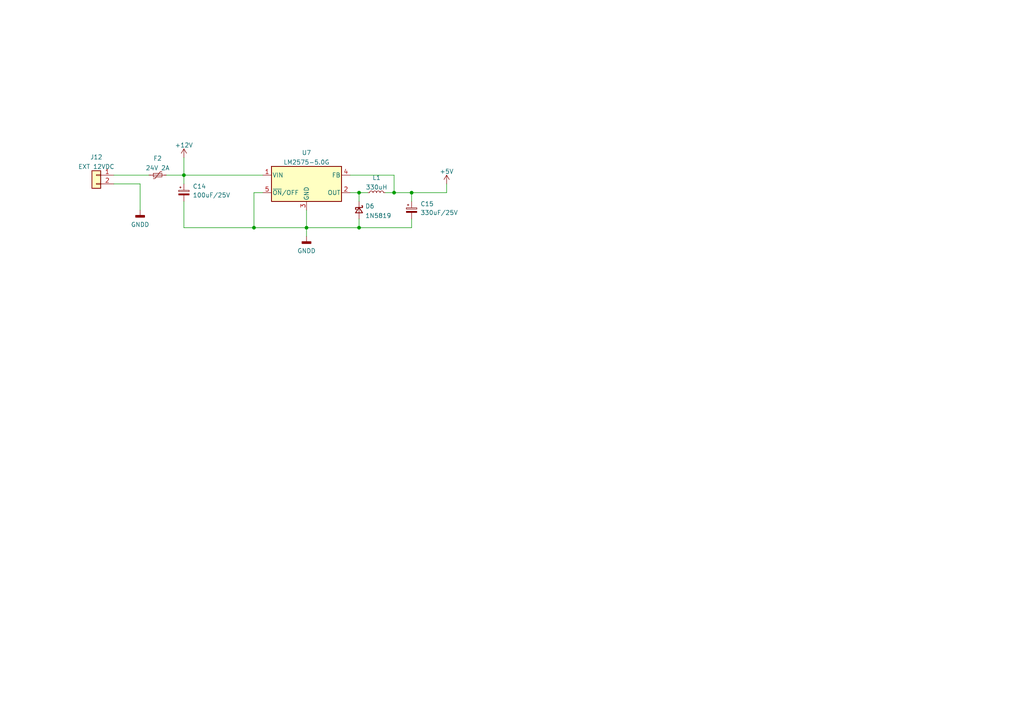
<source format=kicad_sch>
(kicad_sch (version 20211123) (generator eeschema)

  (uuid d1469f6d-397b-48a6-b91c-55bafa88cc7a)

  (paper "A4")

  (lib_symbols
    (symbol "Connector_Generic:Conn_01x02" (pin_names (offset 1.016) hide) (in_bom yes) (on_board yes)
      (property "Reference" "J" (id 0) (at 0 2.54 0)
        (effects (font (size 1.27 1.27)))
      )
      (property "Value" "Conn_01x02" (id 1) (at 0 -5.08 0)
        (effects (font (size 1.27 1.27)))
      )
      (property "Footprint" "" (id 2) (at 0 0 0)
        (effects (font (size 1.27 1.27)) hide)
      )
      (property "Datasheet" "~" (id 3) (at 0 0 0)
        (effects (font (size 1.27 1.27)) hide)
      )
      (property "ki_keywords" "connector" (id 4) (at 0 0 0)
        (effects (font (size 1.27 1.27)) hide)
      )
      (property "ki_description" "Generic connector, single row, 01x02, script generated (kicad-library-utils/schlib/autogen/connector/)" (id 5) (at 0 0 0)
        (effects (font (size 1.27 1.27)) hide)
      )
      (property "ki_fp_filters" "Connector*:*_1x??_*" (id 6) (at 0 0 0)
        (effects (font (size 1.27 1.27)) hide)
      )
      (symbol "Conn_01x02_1_1"
        (rectangle (start -1.27 -2.413) (end 0 -2.667)
          (stroke (width 0.1524) (type default) (color 0 0 0 0))
          (fill (type none))
        )
        (rectangle (start -1.27 0.127) (end 0 -0.127)
          (stroke (width 0.1524) (type default) (color 0 0 0 0))
          (fill (type none))
        )
        (rectangle (start -1.27 1.27) (end 1.27 -3.81)
          (stroke (width 0.254) (type default) (color 0 0 0 0))
          (fill (type background))
        )
        (pin passive line (at -5.08 0 0) (length 3.81)
          (name "Pin_1" (effects (font (size 1.27 1.27))))
          (number "1" (effects (font (size 1.27 1.27))))
        )
        (pin passive line (at -5.08 -2.54 0) (length 3.81)
          (name "Pin_2" (effects (font (size 1.27 1.27))))
          (number "2" (effects (font (size 1.27 1.27))))
        )
      )
    )
    (symbol "Device:C_Polarized_Small" (pin_numbers hide) (pin_names (offset 0.254) hide) (in_bom yes) (on_board yes)
      (property "Reference" "C" (id 0) (at 0.254 1.778 0)
        (effects (font (size 1.27 1.27)) (justify left))
      )
      (property "Value" "C_Polarized_Small" (id 1) (at 0.254 -2.032 0)
        (effects (font (size 1.27 1.27)) (justify left))
      )
      (property "Footprint" "" (id 2) (at 0 0 0)
        (effects (font (size 1.27 1.27)) hide)
      )
      (property "Datasheet" "~" (id 3) (at 0 0 0)
        (effects (font (size 1.27 1.27)) hide)
      )
      (property "ki_keywords" "cap capacitor" (id 4) (at 0 0 0)
        (effects (font (size 1.27 1.27)) hide)
      )
      (property "ki_description" "Polarized capacitor, small symbol" (id 5) (at 0 0 0)
        (effects (font (size 1.27 1.27)) hide)
      )
      (property "ki_fp_filters" "CP_*" (id 6) (at 0 0 0)
        (effects (font (size 1.27 1.27)) hide)
      )
      (symbol "C_Polarized_Small_0_1"
        (rectangle (start -1.524 -0.3048) (end 1.524 -0.6858)
          (stroke (width 0) (type default) (color 0 0 0 0))
          (fill (type outline))
        )
        (rectangle (start -1.524 0.6858) (end 1.524 0.3048)
          (stroke (width 0) (type default) (color 0 0 0 0))
          (fill (type none))
        )
        (polyline
          (pts
            (xy -1.27 1.524)
            (xy -0.762 1.524)
          )
          (stroke (width 0) (type default) (color 0 0 0 0))
          (fill (type none))
        )
        (polyline
          (pts
            (xy -1.016 1.27)
            (xy -1.016 1.778)
          )
          (stroke (width 0) (type default) (color 0 0 0 0))
          (fill (type none))
        )
      )
      (symbol "C_Polarized_Small_1_1"
        (pin passive line (at 0 2.54 270) (length 1.8542)
          (name "~" (effects (font (size 1.27 1.27))))
          (number "1" (effects (font (size 1.27 1.27))))
        )
        (pin passive line (at 0 -2.54 90) (length 1.8542)
          (name "~" (effects (font (size 1.27 1.27))))
          (number "2" (effects (font (size 1.27 1.27))))
        )
      )
    )
    (symbol "Device:D_Schottky_Small" (pin_numbers hide) (pin_names (offset 0.254) hide) (in_bom yes) (on_board yes)
      (property "Reference" "D" (id 0) (at -1.27 2.032 0)
        (effects (font (size 1.27 1.27)) (justify left))
      )
      (property "Value" "D_Schottky_Small" (id 1) (at -7.112 -2.032 0)
        (effects (font (size 1.27 1.27)) (justify left))
      )
      (property "Footprint" "" (id 2) (at 0 0 90)
        (effects (font (size 1.27 1.27)) hide)
      )
      (property "Datasheet" "~" (id 3) (at 0 0 90)
        (effects (font (size 1.27 1.27)) hide)
      )
      (property "ki_keywords" "diode Schottky" (id 4) (at 0 0 0)
        (effects (font (size 1.27 1.27)) hide)
      )
      (property "ki_description" "Schottky diode, small symbol" (id 5) (at 0 0 0)
        (effects (font (size 1.27 1.27)) hide)
      )
      (property "ki_fp_filters" "TO-???* *_Diode_* *SingleDiode* D_*" (id 6) (at 0 0 0)
        (effects (font (size 1.27 1.27)) hide)
      )
      (symbol "D_Schottky_Small_0_1"
        (polyline
          (pts
            (xy -0.762 0)
            (xy 0.762 0)
          )
          (stroke (width 0) (type default) (color 0 0 0 0))
          (fill (type none))
        )
        (polyline
          (pts
            (xy 0.762 -1.016)
            (xy -0.762 0)
            (xy 0.762 1.016)
            (xy 0.762 -1.016)
          )
          (stroke (width 0.254) (type default) (color 0 0 0 0))
          (fill (type none))
        )
        (polyline
          (pts
            (xy -1.27 0.762)
            (xy -1.27 1.016)
            (xy -0.762 1.016)
            (xy -0.762 -1.016)
            (xy -0.254 -1.016)
            (xy -0.254 -0.762)
          )
          (stroke (width 0.254) (type default) (color 0 0 0 0))
          (fill (type none))
        )
      )
      (symbol "D_Schottky_Small_1_1"
        (pin passive line (at -2.54 0 0) (length 1.778)
          (name "K" (effects (font (size 1.27 1.27))))
          (number "1" (effects (font (size 1.27 1.27))))
        )
        (pin passive line (at 2.54 0 180) (length 1.778)
          (name "A" (effects (font (size 1.27 1.27))))
          (number "2" (effects (font (size 1.27 1.27))))
        )
      )
    )
    (symbol "Device:L_Small" (pin_numbers hide) (pin_names (offset 0.254) hide) (in_bom yes) (on_board yes)
      (property "Reference" "L" (id 0) (at 0.762 1.016 0)
        (effects (font (size 1.27 1.27)) (justify left))
      )
      (property "Value" "L_Small" (id 1) (at 0.762 -1.016 0)
        (effects (font (size 1.27 1.27)) (justify left))
      )
      (property "Footprint" "" (id 2) (at 0 0 0)
        (effects (font (size 1.27 1.27)) hide)
      )
      (property "Datasheet" "~" (id 3) (at 0 0 0)
        (effects (font (size 1.27 1.27)) hide)
      )
      (property "ki_keywords" "inductor choke coil reactor magnetic" (id 4) (at 0 0 0)
        (effects (font (size 1.27 1.27)) hide)
      )
      (property "ki_description" "Inductor, small symbol" (id 5) (at 0 0 0)
        (effects (font (size 1.27 1.27)) hide)
      )
      (property "ki_fp_filters" "Choke_* *Coil* Inductor_* L_*" (id 6) (at 0 0 0)
        (effects (font (size 1.27 1.27)) hide)
      )
      (symbol "L_Small_0_1"
        (arc (start 0 -2.032) (mid 0.508 -1.524) (end 0 -1.016)
          (stroke (width 0) (type default) (color 0 0 0 0))
          (fill (type none))
        )
        (arc (start 0 -1.016) (mid 0.508 -0.508) (end 0 0)
          (stroke (width 0) (type default) (color 0 0 0 0))
          (fill (type none))
        )
        (arc (start 0 0) (mid 0.508 0.508) (end 0 1.016)
          (stroke (width 0) (type default) (color 0 0 0 0))
          (fill (type none))
        )
        (arc (start 0 1.016) (mid 0.508 1.524) (end 0 2.032)
          (stroke (width 0) (type default) (color 0 0 0 0))
          (fill (type none))
        )
      )
      (symbol "L_Small_1_1"
        (pin passive line (at 0 2.54 270) (length 0.508)
          (name "~" (effects (font (size 1.27 1.27))))
          (number "1" (effects (font (size 1.27 1.27))))
        )
        (pin passive line (at 0 -2.54 90) (length 0.508)
          (name "~" (effects (font (size 1.27 1.27))))
          (number "2" (effects (font (size 1.27 1.27))))
        )
      )
    )
    (symbol "Device:Polyfuse_Small" (pin_numbers hide) (pin_names (offset 0)) (in_bom yes) (on_board yes)
      (property "Reference" "F" (id 0) (at -1.905 0 90)
        (effects (font (size 1.27 1.27)))
      )
      (property "Value" "Polyfuse_Small" (id 1) (at 1.905 0 90)
        (effects (font (size 1.27 1.27)))
      )
      (property "Footprint" "" (id 2) (at 1.27 -5.08 0)
        (effects (font (size 1.27 1.27)) (justify left) hide)
      )
      (property "Datasheet" "~" (id 3) (at 0 0 0)
        (effects (font (size 1.27 1.27)) hide)
      )
      (property "ki_keywords" "resettable fuse PTC PPTC polyfuse polyswitch" (id 4) (at 0 0 0)
        (effects (font (size 1.27 1.27)) hide)
      )
      (property "ki_description" "Resettable fuse, polymeric positive temperature coefficient, small symbol" (id 5) (at 0 0 0)
        (effects (font (size 1.27 1.27)) hide)
      )
      (property "ki_fp_filters" "*polyfuse* *PTC*" (id 6) (at 0 0 0)
        (effects (font (size 1.27 1.27)) hide)
      )
      (symbol "Polyfuse_Small_0_1"
        (rectangle (start -0.508 1.27) (end 0.508 -1.27)
          (stroke (width 0) (type default) (color 0 0 0 0))
          (fill (type none))
        )
        (polyline
          (pts
            (xy 0 2.54)
            (xy 0 -2.54)
          )
          (stroke (width 0) (type default) (color 0 0 0 0))
          (fill (type none))
        )
        (polyline
          (pts
            (xy -1.016 1.27)
            (xy -1.016 0.762)
            (xy 1.016 -0.762)
            (xy 1.016 -1.27)
          )
          (stroke (width 0) (type default) (color 0 0 0 0))
          (fill (type none))
        )
      )
      (symbol "Polyfuse_Small_1_1"
        (pin passive line (at 0 2.54 270) (length 0.635)
          (name "~" (effects (font (size 1.27 1.27))))
          (number "1" (effects (font (size 1.27 1.27))))
        )
        (pin passive line (at 0 -2.54 90) (length 0.635)
          (name "~" (effects (font (size 1.27 1.27))))
          (number "2" (effects (font (size 1.27 1.27))))
        )
      )
    )
    (symbol "Regulator_Switching:LM2575-5.0BU" (pin_names (offset 0.254)) (in_bom yes) (on_board yes)
      (property "Reference" "U" (id 0) (at -10.16 6.35 0)
        (effects (font (size 1.27 1.27)) (justify left))
      )
      (property "Value" "LM2575-5.0BU" (id 1) (at 0 6.35 0)
        (effects (font (size 1.27 1.27)) (justify left))
      )
      (property "Footprint" "Package_TO_SOT_SMD:TO-263-5_TabPin3" (id 2) (at 0 -6.35 0)
        (effects (font (size 1.27 1.27) italic) (justify left) hide)
      )
      (property "Datasheet" "http://ww1.microchip.com/downloads/en/DeviceDoc/lm2575.pdf" (id 3) (at 0 0 0)
        (effects (font (size 1.27 1.27)) hide)
      )
      (property "ki_keywords" "Buck regulator Switcher" (id 4) (at 0 0 0)
        (effects (font (size 1.27 1.27)) hide)
      )
      (property "ki_description" "Fixed 5.0V 52kHz Simple 1A Buck Regulator, TO-263" (id 5) (at 0 0 0)
        (effects (font (size 1.27 1.27)) hide)
      )
      (property "ki_fp_filters" "TO?263*" (id 6) (at 0 0 0)
        (effects (font (size 1.27 1.27)) hide)
      )
      (symbol "LM2575-5.0BU_0_1"
        (rectangle (start -10.16 5.08) (end 10.16 -5.08)
          (stroke (width 0.254) (type default) (color 0 0 0 0))
          (fill (type background))
        )
      )
      (symbol "LM2575-5.0BU_1_1"
        (pin power_in line (at -12.7 2.54 0) (length 2.54)
          (name "VIN" (effects (font (size 1.27 1.27))))
          (number "1" (effects (font (size 1.27 1.27))))
        )
        (pin output line (at 12.7 -2.54 180) (length 2.54)
          (name "OUT" (effects (font (size 1.27 1.27))))
          (number "2" (effects (font (size 1.27 1.27))))
        )
        (pin power_in line (at 0 -7.62 90) (length 2.54)
          (name "GND" (effects (font (size 1.27 1.27))))
          (number "3" (effects (font (size 1.27 1.27))))
        )
        (pin input line (at 12.7 2.54 180) (length 2.54)
          (name "FB" (effects (font (size 1.27 1.27))))
          (number "4" (effects (font (size 1.27 1.27))))
        )
        (pin input line (at -12.7 -2.54 0) (length 2.54)
          (name "~{ON}/OFF" (effects (font (size 1.27 1.27))))
          (number "5" (effects (font (size 1.27 1.27))))
        )
      )
    )
    (symbol "power:+12V" (power) (pin_names (offset 0)) (in_bom yes) (on_board yes)
      (property "Reference" "#PWR" (id 0) (at 0 -3.81 0)
        (effects (font (size 1.27 1.27)) hide)
      )
      (property "Value" "+12V" (id 1) (at 0 3.556 0)
        (effects (font (size 1.27 1.27)))
      )
      (property "Footprint" "" (id 2) (at 0 0 0)
        (effects (font (size 1.27 1.27)) hide)
      )
      (property "Datasheet" "" (id 3) (at 0 0 0)
        (effects (font (size 1.27 1.27)) hide)
      )
      (property "ki_keywords" "power-flag" (id 4) (at 0 0 0)
        (effects (font (size 1.27 1.27)) hide)
      )
      (property "ki_description" "Power symbol creates a global label with name \"+12V\"" (id 5) (at 0 0 0)
        (effects (font (size 1.27 1.27)) hide)
      )
      (symbol "+12V_0_1"
        (polyline
          (pts
            (xy -0.762 1.27)
            (xy 0 2.54)
          )
          (stroke (width 0) (type default) (color 0 0 0 0))
          (fill (type none))
        )
        (polyline
          (pts
            (xy 0 0)
            (xy 0 2.54)
          )
          (stroke (width 0) (type default) (color 0 0 0 0))
          (fill (type none))
        )
        (polyline
          (pts
            (xy 0 2.54)
            (xy 0.762 1.27)
          )
          (stroke (width 0) (type default) (color 0 0 0 0))
          (fill (type none))
        )
      )
      (symbol "+12V_1_1"
        (pin power_in line (at 0 0 90) (length 0) hide
          (name "+12V" (effects (font (size 1.27 1.27))))
          (number "1" (effects (font (size 1.27 1.27))))
        )
      )
    )
    (symbol "power:+5V" (power) (pin_names (offset 0)) (in_bom yes) (on_board yes)
      (property "Reference" "#PWR" (id 0) (at 0 -3.81 0)
        (effects (font (size 1.27 1.27)) hide)
      )
      (property "Value" "+5V" (id 1) (at 0 3.556 0)
        (effects (font (size 1.27 1.27)))
      )
      (property "Footprint" "" (id 2) (at 0 0 0)
        (effects (font (size 1.27 1.27)) hide)
      )
      (property "Datasheet" "" (id 3) (at 0 0 0)
        (effects (font (size 1.27 1.27)) hide)
      )
      (property "ki_keywords" "power-flag" (id 4) (at 0 0 0)
        (effects (font (size 1.27 1.27)) hide)
      )
      (property "ki_description" "Power symbol creates a global label with name \"+5V\"" (id 5) (at 0 0 0)
        (effects (font (size 1.27 1.27)) hide)
      )
      (symbol "+5V_0_1"
        (polyline
          (pts
            (xy -0.762 1.27)
            (xy 0 2.54)
          )
          (stroke (width 0) (type default) (color 0 0 0 0))
          (fill (type none))
        )
        (polyline
          (pts
            (xy 0 0)
            (xy 0 2.54)
          )
          (stroke (width 0) (type default) (color 0 0 0 0))
          (fill (type none))
        )
        (polyline
          (pts
            (xy 0 2.54)
            (xy 0.762 1.27)
          )
          (stroke (width 0) (type default) (color 0 0 0 0))
          (fill (type none))
        )
      )
      (symbol "+5V_1_1"
        (pin power_in line (at 0 0 90) (length 0) hide
          (name "+5V" (effects (font (size 1.27 1.27))))
          (number "1" (effects (font (size 1.27 1.27))))
        )
      )
    )
    (symbol "power:GNDD" (power) (pin_names (offset 0)) (in_bom yes) (on_board yes)
      (property "Reference" "#PWR" (id 0) (at 0 -6.35 0)
        (effects (font (size 1.27 1.27)) hide)
      )
      (property "Value" "GNDD" (id 1) (at 0 -3.175 0)
        (effects (font (size 1.27 1.27)))
      )
      (property "Footprint" "" (id 2) (at 0 0 0)
        (effects (font (size 1.27 1.27)) hide)
      )
      (property "Datasheet" "" (id 3) (at 0 0 0)
        (effects (font (size 1.27 1.27)) hide)
      )
      (property "ki_keywords" "power-flag" (id 4) (at 0 0 0)
        (effects (font (size 1.27 1.27)) hide)
      )
      (property "ki_description" "Power symbol creates a global label with name \"GNDD\" , digital ground" (id 5) (at 0 0 0)
        (effects (font (size 1.27 1.27)) hide)
      )
      (symbol "GNDD_0_1"
        (rectangle (start -1.27 -1.524) (end 1.27 -2.032)
          (stroke (width 0.254) (type default) (color 0 0 0 0))
          (fill (type outline))
        )
        (polyline
          (pts
            (xy 0 0)
            (xy 0 -1.524)
          )
          (stroke (width 0) (type default) (color 0 0 0 0))
          (fill (type none))
        )
      )
      (symbol "GNDD_1_1"
        (pin power_in line (at 0 0 270) (length 0) hide
          (name "GNDD" (effects (font (size 1.27 1.27))))
          (number "1" (effects (font (size 1.27 1.27))))
        )
      )
    )
  )

  (junction (at 88.9 66.04) (diameter 0) (color 0 0 0 0)
    (uuid 0738a861-e1dd-498b-89d3-28b34ddd373b)
  )
  (junction (at 104.14 66.04) (diameter 0) (color 0 0 0 0)
    (uuid 14fcc39d-17e6-48d1-aac6-7a379a25a28b)
  )
  (junction (at 53.34 50.8) (diameter 0) (color 0 0 0 0)
    (uuid 6cf42c4b-b849-4b0b-b9e2-614040f699ad)
  )
  (junction (at 119.38 55.88) (diameter 0) (color 0 0 0 0)
    (uuid 8de0bd4a-1bd6-4f5d-9c89-ad9870a006b0)
  )
  (junction (at 104.14 55.88) (diameter 0) (color 0 0 0 0)
    (uuid 9241557a-6e27-46b3-8380-1e78f575c3f7)
  )
  (junction (at 73.66 66.04) (diameter 0) (color 0 0 0 0)
    (uuid a523ead0-abd8-4a4a-b95b-99c2c447e5cb)
  )
  (junction (at 114.3 55.88) (diameter 0) (color 0 0 0 0)
    (uuid cdfe8194-b6f5-4a81-bc83-e56ac9b1b7a3)
  )

  (wire (pts (xy 53.34 58.42) (xy 53.34 66.04))
    (stroke (width 0) (type default) (color 0 0 0 0))
    (uuid 037a0ca0-3a32-42a7-8c02-31a6dbb9d080)
  )
  (wire (pts (xy 73.66 66.04) (xy 88.9 66.04))
    (stroke (width 0) (type default) (color 0 0 0 0))
    (uuid 16d64918-484f-4d65-ac35-16b413122b27)
  )
  (wire (pts (xy 53.34 50.8) (xy 76.2 50.8))
    (stroke (width 0) (type default) (color 0 0 0 0))
    (uuid 1af67ea4-b63c-4574-afb5-a47e2538012a)
  )
  (wire (pts (xy 76.2 55.88) (xy 73.66 55.88))
    (stroke (width 0) (type default) (color 0 0 0 0))
    (uuid 1e679711-09da-4662-be28-8c5200d3d9c2)
  )
  (wire (pts (xy 48.26 50.8) (xy 53.34 50.8))
    (stroke (width 0) (type default) (color 0 0 0 0))
    (uuid 381370fc-d7a0-4239-9f89-36b4a9288676)
  )
  (wire (pts (xy 104.14 63.5) (xy 104.14 66.04))
    (stroke (width 0) (type default) (color 0 0 0 0))
    (uuid 394060c1-c09e-4f6c-916b-efc33387fedb)
  )
  (wire (pts (xy 129.54 53.34) (xy 129.54 55.88))
    (stroke (width 0) (type default) (color 0 0 0 0))
    (uuid 3b7449bd-e543-4d22-9f0a-cab2e0b03ed2)
  )
  (wire (pts (xy 40.64 53.34) (xy 40.64 60.96))
    (stroke (width 0) (type default) (color 0 0 0 0))
    (uuid 545e41ef-d823-47b7-9d1c-d588b359b386)
  )
  (wire (pts (xy 104.14 55.88) (xy 104.14 58.42))
    (stroke (width 0) (type default) (color 0 0 0 0))
    (uuid 5dd70ba7-802c-45f8-832f-1a519d53939a)
  )
  (wire (pts (xy 88.9 66.04) (xy 88.9 68.58))
    (stroke (width 0) (type default) (color 0 0 0 0))
    (uuid 6f104ed5-3924-4187-aa1e-905645c32c4b)
  )
  (wire (pts (xy 119.38 55.88) (xy 129.54 55.88))
    (stroke (width 0) (type default) (color 0 0 0 0))
    (uuid 716c6b98-5075-4cbe-87ad-2259b1283570)
  )
  (wire (pts (xy 88.9 66.04) (xy 104.14 66.04))
    (stroke (width 0) (type default) (color 0 0 0 0))
    (uuid 79d83d31-3dd8-4737-a506-40b762d40f36)
  )
  (wire (pts (xy 101.6 50.8) (xy 114.3 50.8))
    (stroke (width 0) (type default) (color 0 0 0 0))
    (uuid 7a5f6f7c-fa2f-4da6-bdad-205408484298)
  )
  (wire (pts (xy 111.76 55.88) (xy 114.3 55.88))
    (stroke (width 0) (type default) (color 0 0 0 0))
    (uuid 7bb15194-715b-4a99-aba1-bd391d1d57b3)
  )
  (wire (pts (xy 40.64 53.34) (xy 33.02 53.34))
    (stroke (width 0) (type default) (color 0 0 0 0))
    (uuid 85c0ec4c-b3eb-48f5-aba4-f48a27f2042c)
  )
  (wire (pts (xy 53.34 50.8) (xy 53.34 53.34))
    (stroke (width 0) (type default) (color 0 0 0 0))
    (uuid a76fd61c-c728-48d0-b1f3-8a42b6819bc1)
  )
  (wire (pts (xy 114.3 55.88) (xy 119.38 55.88))
    (stroke (width 0) (type default) (color 0 0 0 0))
    (uuid c1c33180-7484-405c-a7b7-2dfc9b111e9d)
  )
  (wire (pts (xy 114.3 55.88) (xy 114.3 50.8))
    (stroke (width 0) (type default) (color 0 0 0 0))
    (uuid c2332a82-3ead-4f09-89e0-e87bbda9c478)
  )
  (wire (pts (xy 119.38 55.88) (xy 119.38 58.42))
    (stroke (width 0) (type default) (color 0 0 0 0))
    (uuid c2c62441-fe98-468b-9682-c3cf2c007698)
  )
  (wire (pts (xy 119.38 63.5) (xy 119.38 66.04))
    (stroke (width 0) (type default) (color 0 0 0 0))
    (uuid ca2c8635-8a43-452b-80fa-118f64e70892)
  )
  (wire (pts (xy 73.66 55.88) (xy 73.66 66.04))
    (stroke (width 0) (type default) (color 0 0 0 0))
    (uuid ce1ff02c-a1ba-4b2e-b9b3-c4af9752eda3)
  )
  (wire (pts (xy 33.02 50.8) (xy 43.18 50.8))
    (stroke (width 0) (type default) (color 0 0 0 0))
    (uuid d482fb7e-4a05-4814-8e19-87c967258109)
  )
  (wire (pts (xy 53.34 66.04) (xy 73.66 66.04))
    (stroke (width 0) (type default) (color 0 0 0 0))
    (uuid daa31ec8-6692-4f9c-99ae-f075cfad029e)
  )
  (wire (pts (xy 53.34 45.72) (xy 53.34 50.8))
    (stroke (width 0) (type default) (color 0 0 0 0))
    (uuid e6965550-a8e5-4fb4-b2a1-91ab33fd7abb)
  )
  (wire (pts (xy 104.14 55.88) (xy 106.68 55.88))
    (stroke (width 0) (type default) (color 0 0 0 0))
    (uuid e6ddbe24-42a9-45eb-b806-a8218b96218c)
  )
  (wire (pts (xy 104.14 66.04) (xy 119.38 66.04))
    (stroke (width 0) (type default) (color 0 0 0 0))
    (uuid ed2a5793-8235-42af-9cc3-d27650da1554)
  )
  (wire (pts (xy 101.6 55.88) (xy 104.14 55.88))
    (stroke (width 0) (type default) (color 0 0 0 0))
    (uuid f304e792-beb7-4883-9681-49defc866e97)
  )
  (wire (pts (xy 88.9 60.96) (xy 88.9 66.04))
    (stroke (width 0) (type default) (color 0 0 0 0))
    (uuid f6af10d6-39db-4dfd-b263-56766cf7f143)
  )

  (symbol (lib_id "power:GNDD") (at 88.9 68.58 0) (unit 1)
    (in_bom yes) (on_board yes) (fields_autoplaced)
    (uuid 18cc1776-d18a-4107-9e23-a794b8a647db)
    (property "Reference" "#PWR044" (id 0) (at 88.9 74.93 0)
      (effects (font (size 1.27 1.27)) hide)
    )
    (property "Value" "GNDD" (id 1) (at 88.9 72.7615 0))
    (property "Footprint" "" (id 2) (at 88.9 68.58 0)
      (effects (font (size 1.27 1.27)) hide)
    )
    (property "Datasheet" "" (id 3) (at 88.9 68.58 0)
      (effects (font (size 1.27 1.27)) hide)
    )
    (pin "1" (uuid 0193c82f-9fc4-4d7e-bf3b-1af50797f45d))
  )

  (symbol (lib_id "power:+12V") (at 53.34 45.72 0) (unit 1)
    (in_bom yes) (on_board yes) (fields_autoplaced)
    (uuid 35fca78e-e948-4b44-98f1-4a8b99e32eb8)
    (property "Reference" "#PWR043" (id 0) (at 53.34 49.53 0)
      (effects (font (size 1.27 1.27)) hide)
    )
    (property "Value" "+12V" (id 1) (at 53.34 42.1155 0))
    (property "Footprint" "" (id 2) (at 53.34 45.72 0)
      (effects (font (size 1.27 1.27)) hide)
    )
    (property "Datasheet" "" (id 3) (at 53.34 45.72 0)
      (effects (font (size 1.27 1.27)) hide)
    )
    (pin "1" (uuid 2b790025-c7c9-4fb6-88dc-8670e92b9e9b))
  )

  (symbol (lib_id "power:GNDD") (at 40.64 60.96 0) (unit 1)
    (in_bom yes) (on_board yes) (fields_autoplaced)
    (uuid 37cb9116-c5db-42bd-a68e-d6bb8feb002c)
    (property "Reference" "#PWR042" (id 0) (at 40.64 67.31 0)
      (effects (font (size 1.27 1.27)) hide)
    )
    (property "Value" "GNDD" (id 1) (at 40.64 65.1415 0))
    (property "Footprint" "" (id 2) (at 40.64 60.96 0)
      (effects (font (size 1.27 1.27)) hide)
    )
    (property "Datasheet" "" (id 3) (at 40.64 60.96 0)
      (effects (font (size 1.27 1.27)) hide)
    )
    (pin "1" (uuid 577778d1-b549-45c5-8da4-d1abb5ff08d8))
  )

  (symbol (lib_id "Regulator_Switching:LM2575-5.0BU") (at 88.9 53.34 0) (unit 1)
    (in_bom yes) (on_board yes) (fields_autoplaced)
    (uuid 3ca8be50-313b-4870-8cdb-bfee40a408ca)
    (property "Reference" "U7" (id 0) (at 88.9 44.2935 0))
    (property "Value" "LM2575-5.0G" (id 1) (at 88.9 47.0686 0))
    (property "Footprint" "Package_TO_SOT_SMD:TO-263-5_TabPin3" (id 2) (at 88.9 59.69 0)
      (effects (font (size 1.27 1.27) italic) (justify left) hide)
    )
    (property "Datasheet" "http://ww1.microchip.com/downloads/en/DeviceDoc/lm2575.pdf" (id 3) (at 88.9 53.34 0)
      (effects (font (size 1.27 1.27)) hide)
    )
    (pin "1" (uuid 28c18556-d813-4c13-a437-fc9b377b7603))
    (pin "2" (uuid c2b42edc-f12c-44ac-bde9-9ef3d3238dd6))
    (pin "3" (uuid 043799fd-4c07-493e-8220-897bddf0e073))
    (pin "4" (uuid 8b55284c-ebc7-464e-a696-427d170aa67b))
    (pin "5" (uuid 56613655-be43-47f9-a898-5176f771911b))
  )

  (symbol (lib_id "Device:C_Polarized_Small") (at 119.38 60.96 0) (unit 1)
    (in_bom yes) (on_board yes) (fields_autoplaced)
    (uuid 4ed78df3-b08d-4109-8486-19ed3eb182ba)
    (property "Reference" "C15" (id 0) (at 121.92 59.1438 0)
      (effects (font (size 1.27 1.27)) (justify left))
    )
    (property "Value" "330uF/25V" (id 1) (at 121.92 61.6838 0)
      (effects (font (size 1.27 1.27)) (justify left))
    )
    (property "Footprint" "Capacitor_THT:CP_Radial_D10.0mm_P5.00mm" (id 2) (at 119.38 60.96 0)
      (effects (font (size 1.27 1.27)) hide)
    )
    (property "Datasheet" "~" (id 3) (at 119.38 60.96 0)
      (effects (font (size 1.27 1.27)) hide)
    )
    (pin "1" (uuid e1bd9518-498e-4393-a17f-debfe8bd1616))
    (pin "2" (uuid bc126bbb-6288-4e4d-b3c4-c16776ff6b3b))
  )

  (symbol (lib_id "Device:C_Polarized_Small") (at 53.34 55.88 0) (unit 1)
    (in_bom yes) (on_board yes) (fields_autoplaced)
    (uuid 5407f733-370b-43dc-b0b7-bcbd4c8230e1)
    (property "Reference" "C14" (id 0) (at 55.88 54.0638 0)
      (effects (font (size 1.27 1.27)) (justify left))
    )
    (property "Value" "100uF/25V" (id 1) (at 55.88 56.6038 0)
      (effects (font (size 1.27 1.27)) (justify left))
    )
    (property "Footprint" "Capacitor_THT:CP_Radial_D6.3mm_P2.50mm" (id 2) (at 53.34 55.88 0)
      (effects (font (size 1.27 1.27)) hide)
    )
    (property "Datasheet" "~" (id 3) (at 53.34 55.88 0)
      (effects (font (size 1.27 1.27)) hide)
    )
    (pin "1" (uuid 2f83e6f9-a167-419d-801a-208190ee547a))
    (pin "2" (uuid 0a7544f5-5161-4eb8-9d0e-92ecb292b2b0))
  )

  (symbol (lib_id "power:+5V") (at 129.54 53.34 0) (unit 1)
    (in_bom yes) (on_board yes) (fields_autoplaced)
    (uuid 5aa8efac-67d6-456c-b696-778cd636f815)
    (property "Reference" "#PWR045" (id 0) (at 129.54 57.15 0)
      (effects (font (size 1.27 1.27)) hide)
    )
    (property "Value" "+5V" (id 1) (at 129.54 49.7355 0))
    (property "Footprint" "" (id 2) (at 129.54 53.34 0)
      (effects (font (size 1.27 1.27)) hide)
    )
    (property "Datasheet" "" (id 3) (at 129.54 53.34 0)
      (effects (font (size 1.27 1.27)) hide)
    )
    (pin "1" (uuid c2aed8dd-242a-4e09-9df3-5b059c2414f9))
  )

  (symbol (lib_id "Connector_Generic:Conn_01x02") (at 27.94 50.8 0) (mirror y) (unit 1)
    (in_bom yes) (on_board yes) (fields_autoplaced)
    (uuid 72ace2f2-9f2d-4c0b-8d3a-36936efc61c6)
    (property "Reference" "J12" (id 0) (at 27.94 45.5635 0))
    (property "Value" "EXT 12VDC" (id 1) (at 27.94 48.3386 0))
    (property "Footprint" "jips_library:TerminalBlock_Phoenix_MKDS-3-2-5.08_1x02_P5.08mm_Horizontal" (id 2) (at 27.94 50.8 0)
      (effects (font (size 1.27 1.27)) hide)
    )
    (property "Datasheet" "~" (id 3) (at 27.94 50.8 0)
      (effects (font (size 1.27 1.27)) hide)
    )
    (pin "1" (uuid e2cf4df3-7cec-4086-bb48-4d69c99e3c29))
    (pin "2" (uuid 6af05ef8-71f7-4520-a1e8-b34031b74350))
  )

  (symbol (lib_id "Device:D_Schottky_Small") (at 104.14 60.96 270) (unit 1)
    (in_bom yes) (on_board yes) (fields_autoplaced)
    (uuid be3da40a-f9a2-4ad4-99ee-12a32a11ee00)
    (property "Reference" "D6" (id 0) (at 105.918 59.7975 90)
      (effects (font (size 1.27 1.27)) (justify left))
    )
    (property "Value" "1N5819" (id 1) (at 105.918 62.5726 90)
      (effects (font (size 1.27 1.27)) (justify left))
    )
    (property "Footprint" "Diode_SMD:D_SOD-123" (id 2) (at 104.14 60.96 90)
      (effects (font (size 1.27 1.27)) hide)
    )
    (property "Datasheet" "~" (id 3) (at 104.14 60.96 90)
      (effects (font (size 1.27 1.27)) hide)
    )
    (pin "1" (uuid eb8dd9d8-8ea0-4cca-a628-6e3b07a17672))
    (pin "2" (uuid ba018b87-69e4-4d72-aaea-769f371ed0aa))
  )

  (symbol (lib_id "Device:L_Small") (at 109.22 55.88 90) (unit 1)
    (in_bom yes) (on_board yes) (fields_autoplaced)
    (uuid cdb19cc3-7a1e-4dc8-ab78-7629dac4fc50)
    (property "Reference" "L1" (id 0) (at 109.22 51.5325 90))
    (property "Value" "330uH" (id 1) (at 109.22 54.3076 90))
    (property "Footprint" "Inductor_THT:L_Radial_D8.7mm_P5.00mm_Fastron_07HCP" (id 2) (at 109.22 55.88 0)
      (effects (font (size 1.27 1.27)) hide)
    )
    (property "Datasheet" "~" (id 3) (at 109.22 55.88 0)
      (effects (font (size 1.27 1.27)) hide)
    )
    (pin "1" (uuid 6bef69ce-0236-4af0-84cd-20d5c4aafe87))
    (pin "2" (uuid e3a96867-1f37-4471-8395-0463c8bcb143))
  )

  (symbol (lib_id "Device:Polyfuse_Small") (at 45.72 50.8 270) (unit 1)
    (in_bom yes) (on_board yes) (fields_autoplaced)
    (uuid e02820d9-8ec2-44a1-a266-d614c0cd8c97)
    (property "Reference" "F2" (id 0) (at 45.72 45.9445 90))
    (property "Value" "24V 2A" (id 1) (at 45.72 48.7196 90))
    (property "Footprint" "Fuse:Fuse_2920_7451Metric_Pad2.10x5.45mm_HandSolder" (id 2) (at 40.64 52.07 0)
      (effects (font (size 1.27 1.27)) (justify left) hide)
    )
    (property "Datasheet" "~" (id 3) (at 45.72 50.8 0)
      (effects (font (size 1.27 1.27)) hide)
    )
    (pin "1" (uuid 783d9714-35d9-45b8-9faf-4f11669a87a5))
    (pin "2" (uuid f633f378-f7ab-47ca-850c-6fc04348b1d1))
  )
)

</source>
